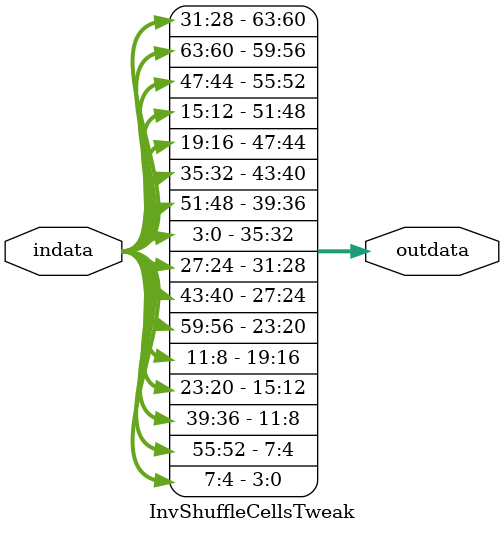
<source format=v>


module ShuffleCells
    (
        input wire [63:0] indata,
        output wire [63:0] outdata
    );
	localparam m=4;
    localparam [0:63] perm_tau = {
    4'h0, 4'hb, 4'h6, 4'hd, 4'ha, 4'h1, 4'hc, 4'h7,
    4'h5, 4'he, 4'h3, 4'h8, 4'hf, 4'h4, 4'h9, 4'h2
    };

    genvar i;
    generate
        for(i=0; i<16; i=i+1)begin: genpermtau
            assign outdata[(16-i)*m-1:(15-i)*m] = indata[(16-perm_tau[i*4+:4])*m-1:(15-perm_tau[i*4+:4])*m];
        end
    endgenerate
endmodule

module InvShuffleCells
    (
        input wire [63:0] indata,
        output wire [63:0] outdata
    );
	localparam m=4;
    localparam [0:63] inv_tau = {
    4'h0, 4'h5, 4'hf, 4'ha, 4'hd, 4'h8, 4'h2, 4'h7,
    4'hb, 4'he, 4'h4, 4'h1, 4'h6, 4'h3, 4'h9, 4'hc
    };
    genvar i;
    generate
        for(i=0; i<16; i=i+1)begin: geninvpermtau
            assign outdata[(16-i)*m-1:(15-i)*m] = indata[(16-inv_tau[i*4+:4])*m-1:(15-inv_tau[i*4+:4])*m];
        end
    endgenerate
endmodule

module ShuffleCellsTweak
(
        input wire [63:0] indata,
        output wire [63:0] outdata
    );
	localparam m=4;
    localparam [0:63] perm = {
    4'h1, 4'ha, 4'he, 4'h6, 4'h2, 4'h9, 4'hd, 4'h5,
    4'h0, 4'h8, 4'hc, 4'h4, 4'h3, 4'hb, 4'hf, 4'h7
    };

    genvar i;
    generate
        for(i=0; i<16; i=i+1)begin: genperm
            assign outdata[(16-i)*m-1:(15-i)*m] = indata[(16-perm[i*4+:4])*m-1:(15-perm[i*4+:4])*m];
        end
    endgenerate
endmodule

module InvShuffleCellsTweak
    (
        input wire [63:0] indata,
        output wire [63:0] outdata
    );
	localparam m=4;
    localparam [0:63] inv_perm = {
    4'h8, 4'h0, 4'h4, 4'hc, 4'hb, 4'h7, 4'h3, 4'hf,
    4'h9, 4'h5, 4'h1, 4'hd, 4'ha, 4'h6, 4'h2, 4'he
    };
    genvar i;
    generate
        for(i=0; i<16; i=i+1)begin: geninvperm
            assign outdata[(16-i)*m-1:(15-i)*m] = indata[(16-inv_perm[i*4+:4])*m-1:(15-inv_perm[i*4+:4])*m];
        end
    endgenerate
endmodule
</source>
